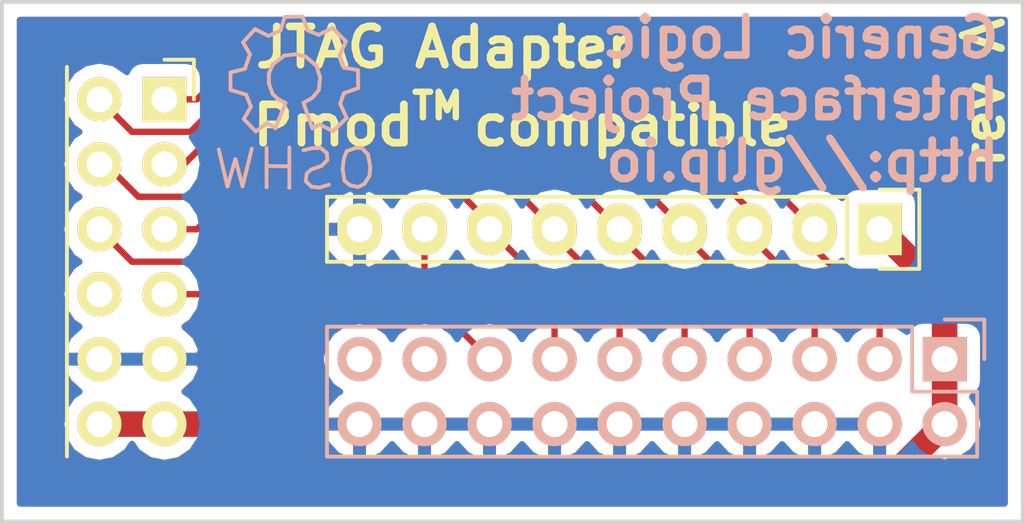
<source format=kicad_pcb>
(kicad_pcb (version 4) (host pcbnew 0.201512211246+6391~39~ubuntu15.04.1-stable)

  (general
    (links 29)
    (no_connects 0)
    (area 121.244999 94.05388 170.208334 116.915001)
    (thickness 1.6)
    (drawings 13)
    (tracks 58)
    (zones 0)
    (modules 4)
    (nets 13)
  )

  (page A4)
  (layers
    (0 F.Cu signal)
    (31 B.Cu signal)
    (32 B.Adhes user)
    (33 F.Adhes user)
    (34 B.Paste user)
    (35 F.Paste user)
    (36 B.SilkS user)
    (37 F.SilkS user)
    (38 B.Mask user)
    (39 F.Mask user)
    (40 Dwgs.User user)
    (41 Cmts.User user)
    (42 Eco1.User user)
    (43 Eco2.User user)
    (44 Edge.Cuts user)
    (45 Margin user)
    (46 B.CrtYd user)
    (47 F.CrtYd user)
    (48 B.Fab user)
    (49 F.Fab user)
  )

  (setup
    (last_trace_width 1)
    (user_trace_width 0.5)
    (user_trace_width 1)
    (trace_clearance 0.2)
    (zone_clearance 0.508)
    (zone_45_only no)
    (trace_min 0.2)
    (segment_width 0.2)
    (edge_width 0.15)
    (via_size 0.6)
    (via_drill 0.4)
    (via_min_size 0.4)
    (via_min_drill 0.3)
    (uvia_size 0.3)
    (uvia_drill 0.1)
    (uvias_allowed no)
    (uvia_min_size 0.2)
    (uvia_min_drill 0.1)
    (pcb_text_width 0.3)
    (pcb_text_size 1.5 1.5)
    (mod_edge_width 0.15)
    (mod_text_size 1 1)
    (mod_text_width 0.15)
    (pad_size 1.524 1.524)
    (pad_drill 0.762)
    (pad_to_mask_clearance 0.2)
    (aux_axis_origin 0 0)
    (visible_elements FFFFFF7F)
    (pcbplotparams
      (layerselection 0x010f0_ffffffff)
      (usegerberextensions false)
      (excludeedgelayer true)
      (linewidth 0.100000)
      (plotframeref false)
      (viasonmask false)
      (mode 1)
      (useauxorigin false)
      (hpglpennumber 1)
      (hpglpenspeed 20)
      (hpglpendiameter 15)
      (hpglpenoverlay 2)
      (psnegative false)
      (psa4output false)
      (plotreference true)
      (plotvalue true)
      (plotinvisibletext false)
      (padsonsilk false)
      (subtractmaskfromsilk false)
      (outputformat 1)
      (mirror false)
      (drillshape 0)
      (scaleselection 1)
      (outputdirectory gerber/))
  )

  (net 0 "")
  (net 1 "Net-(P1-Pad8)")
  (net 2 GND)
  (net 3 +3V3)
  (net 4 "Net-(P2-Pad17)")
  (net 5 "Net-(P2-Pad19)")
  (net 6 TSRST_N)
  (net 7 TTDO)
  (net 8 TRTCK)
  (net 9 TTCK)
  (net 10 TTMS)
  (net 11 TTDI)
  (net 12 TTRST_N)

  (net_class Default "This is the default net class."
    (clearance 0.2)
    (trace_width 0.25)
    (via_dia 0.6)
    (via_drill 0.4)
    (uvia_dia 0.3)
    (uvia_drill 0.1)
    (add_net +3V3)
    (add_net GND)
    (add_net "Net-(P1-Pad8)")
    (add_net "Net-(P2-Pad17)")
    (add_net "Net-(P2-Pad19)")
    (add_net TRTCK)
    (add_net TSRST_N)
    (add_net TTCK)
    (add_net TTDI)
    (add_net TTDO)
    (add_net TTMS)
    (add_net TTRST_N)
  )

  (module Socket_Strips:Socket_Strip_Straight_2x10 (layer B.Cu) (tedit 5684F38B) (tstamp 5684E671)
    (at 165.1 110.49 180)
    (descr "Through hole socket strip")
    (tags "socket strip")
    (path /5684E299)
    (fp_text reference P2 (at 0 5.1 180) (layer B.SilkS) hide
      (effects (font (size 1 1) (thickness 0.15)) (justify mirror))
    )
    (fp_text value CONN_02X10 (at 0 3.1 180) (layer B.Fab) hide
      (effects (font (size 1 1) (thickness 0.15)) (justify mirror))
    )
    (fp_line (start -1.75 1.75) (end -1.75 -4.3) (layer B.CrtYd) (width 0.05))
    (fp_line (start 24.65 1.75) (end 24.65 -4.3) (layer B.CrtYd) (width 0.05))
    (fp_line (start -1.75 1.75) (end 24.65 1.75) (layer B.CrtYd) (width 0.05))
    (fp_line (start -1.75 -4.3) (end 24.65 -4.3) (layer B.CrtYd) (width 0.05))
    (fp_line (start 24.13 -3.81) (end -1.27 -3.81) (layer B.SilkS) (width 0.15))
    (fp_line (start 1.27 1.27) (end 24.13 1.27) (layer B.SilkS) (width 0.15))
    (fp_line (start 24.13 -3.81) (end 24.13 1.27) (layer B.SilkS) (width 0.15))
    (fp_line (start -1.27 -3.81) (end -1.27 -1.27) (layer B.SilkS) (width 0.15))
    (fp_line (start 0 1.55) (end -1.55 1.55) (layer B.SilkS) (width 0.15))
    (fp_line (start -1.27 -1.27) (end 1.27 -1.27) (layer B.SilkS) (width 0.15))
    (fp_line (start 1.27 -1.27) (end 1.27 1.27) (layer B.SilkS) (width 0.15))
    (fp_line (start -1.55 1.55) (end -1.55 0) (layer B.SilkS) (width 0.15))
    (pad 1 thru_hole rect (at 0 0 180) (size 1.7272 1.7272) (drill 1.016) (layers *.Cu *.Mask B.SilkS)
      (net 3 +3V3))
    (pad 2 thru_hole oval (at 0 -2.54 180) (size 1.7272 1.7272) (drill 1.016) (layers *.Cu *.Mask B.SilkS)
      (net 3 +3V3))
    (pad 3 thru_hole oval (at 2.54 0 180) (size 1.7272 1.7272) (drill 1.016) (layers *.Cu *.Mask B.SilkS)
      (net 12 TTRST_N))
    (pad 4 thru_hole oval (at 2.54 -2.54 180) (size 1.7272 1.7272) (drill 1.016) (layers *.Cu *.Mask B.SilkS)
      (net 2 GND))
    (pad 5 thru_hole oval (at 5.08 0 180) (size 1.7272 1.7272) (drill 1.016) (layers *.Cu *.Mask B.SilkS)
      (net 11 TTDI))
    (pad 6 thru_hole oval (at 5.08 -2.54 180) (size 1.7272 1.7272) (drill 1.016) (layers *.Cu *.Mask B.SilkS)
      (net 2 GND))
    (pad 7 thru_hole oval (at 7.62 0 180) (size 1.7272 1.7272) (drill 1.016) (layers *.Cu *.Mask B.SilkS)
      (net 10 TTMS))
    (pad 8 thru_hole oval (at 7.62 -2.54 180) (size 1.7272 1.7272) (drill 1.016) (layers *.Cu *.Mask B.SilkS)
      (net 2 GND))
    (pad 9 thru_hole oval (at 10.16 0 180) (size 1.7272 1.7272) (drill 1.016) (layers *.Cu *.Mask B.SilkS)
      (net 9 TTCK))
    (pad 10 thru_hole oval (at 10.16 -2.54 180) (size 1.7272 1.7272) (drill 1.016) (layers *.Cu *.Mask B.SilkS)
      (net 2 GND))
    (pad 11 thru_hole oval (at 12.7 0 180) (size 1.7272 1.7272) (drill 1.016) (layers *.Cu *.Mask B.SilkS)
      (net 8 TRTCK))
    (pad 12 thru_hole oval (at 12.7 -2.54 180) (size 1.7272 1.7272) (drill 1.016) (layers *.Cu *.Mask B.SilkS)
      (net 2 GND))
    (pad 13 thru_hole oval (at 15.24 0 180) (size 1.7272 1.7272) (drill 1.016) (layers *.Cu *.Mask B.SilkS)
      (net 7 TTDO))
    (pad 14 thru_hole oval (at 15.24 -2.54 180) (size 1.7272 1.7272) (drill 1.016) (layers *.Cu *.Mask B.SilkS)
      (net 2 GND))
    (pad 15 thru_hole oval (at 17.78 0 180) (size 1.7272 1.7272) (drill 1.016) (layers *.Cu *.Mask B.SilkS)
      (net 6 TSRST_N))
    (pad 16 thru_hole oval (at 17.78 -2.54 180) (size 1.7272 1.7272) (drill 1.016) (layers *.Cu *.Mask B.SilkS)
      (net 2 GND))
    (pad 17 thru_hole oval (at 20.32 0 180) (size 1.7272 1.7272) (drill 1.016) (layers *.Cu *.Mask B.SilkS)
      (net 4 "Net-(P2-Pad17)"))
    (pad 18 thru_hole oval (at 20.32 -2.54 180) (size 1.7272 1.7272) (drill 1.016) (layers *.Cu *.Mask B.SilkS)
      (net 2 GND))
    (pad 19 thru_hole oval (at 22.86 0 180) (size 1.7272 1.7272) (drill 1.016) (layers *.Cu *.Mask B.SilkS)
      (net 5 "Net-(P2-Pad19)"))
    (pad 20 thru_hole oval (at 22.86 -2.54 180) (size 1.7272 1.7272) (drill 1.016) (layers *.Cu *.Mask B.SilkS)
      (net 2 GND))
    (model Socket_Strips.3dshapes/Socket_Strip_Straight_2x10.wrl
      (at (xyz 0.45 -0.05 0))
      (scale (xyz 1 1 1))
      (rotate (xyz 0 0 180))
    )
  )

  (module Socket_Strips:Socket_Strip_Straight_1x09 (layer F.Cu) (tedit 5684FB23) (tstamp 5684F0DE)
    (at 162.56 105.41 180)
    (descr "Through hole socket strip")
    (tags "socket strip")
    (path /5684F679)
    (fp_text reference P3 (at 0 -5.1 180) (layer F.SilkS) hide
      (effects (font (size 1 1) (thickness 0.15)))
    )
    (fp_text value CONN_01X09 (at 0 -3.1 180) (layer F.Fab) hide
      (effects (font (size 1 1) (thickness 0.15)))
    )
    (fp_line (start -1.75 -1.75) (end -1.75 1.75) (layer F.CrtYd) (width 0.05))
    (fp_line (start 22.1 -1.75) (end 22.1 1.75) (layer F.CrtYd) (width 0.05))
    (fp_line (start -1.75 -1.75) (end 22.1 -1.75) (layer F.CrtYd) (width 0.05))
    (fp_line (start -1.75 1.75) (end 22.1 1.75) (layer F.CrtYd) (width 0.05))
    (fp_line (start 1.27 1.27) (end 21.59 1.27) (layer F.SilkS) (width 0.15))
    (fp_line (start 21.59 1.27) (end 21.59 -1.27) (layer F.SilkS) (width 0.15))
    (fp_line (start 21.59 -1.27) (end 1.27 -1.27) (layer F.SilkS) (width 0.15))
    (fp_line (start -1.55 1.55) (end 0 1.55) (layer F.SilkS) (width 0.15))
    (fp_line (start 1.27 1.27) (end 1.27 -1.27) (layer F.SilkS) (width 0.15))
    (fp_line (start 0 -1.55) (end -1.55 -1.55) (layer F.SilkS) (width 0.15))
    (fp_line (start -1.55 -1.55) (end -1.55 1.55) (layer F.SilkS) (width 0.15))
    (pad 1 thru_hole rect (at 0 0 180) (size 1.7272 2.032) (drill 1.016) (layers *.Cu *.Mask F.SilkS)
      (net 3 +3V3))
    (pad 2 thru_hole oval (at 2.54 0 180) (size 1.7272 2.032) (drill 1.016) (layers *.Cu *.Mask F.SilkS)
      (net 12 TTRST_N))
    (pad 3 thru_hole oval (at 5.08 0 180) (size 1.7272 2.032) (drill 1.016) (layers *.Cu *.Mask F.SilkS)
      (net 11 TTDI))
    (pad 4 thru_hole oval (at 7.62 0 180) (size 1.7272 2.032) (drill 1.016) (layers *.Cu *.Mask F.SilkS)
      (net 10 TTMS))
    (pad 5 thru_hole oval (at 10.16 0 180) (size 1.7272 2.032) (drill 1.016) (layers *.Cu *.Mask F.SilkS)
      (net 9 TTCK))
    (pad 6 thru_hole oval (at 12.7 0 180) (size 1.7272 2.032) (drill 1.016) (layers *.Cu *.Mask F.SilkS)
      (net 8 TRTCK))
    (pad 7 thru_hole oval (at 15.24 0 180) (size 1.7272 2.032) (drill 1.016) (layers *.Cu *.Mask F.SilkS)
      (net 7 TTDO))
    (pad 8 thru_hole oval (at 17.78 0 180) (size 1.7272 2.032) (drill 1.016) (layers *.Cu *.Mask F.SilkS)
      (net 6 TSRST_N))
    (pad 9 thru_hole oval (at 20.32 0 180) (size 1.7272 2.032) (drill 1.016) (layers *.Cu *.Mask F.SilkS)
      (net 2 GND))
    (model Socket_Strips.3dshapes/Socket_Strip_Straight_1x09.wrl
      (at (xyz 0.4 0 0))
      (scale (xyz 1 1 1))
      (rotate (xyz 0 0 180))
    )
  )

  (module Symbols:Symbol_OSHW-Logo_SilkScreen (layer B.Cu) (tedit 5684FBFE) (tstamp 5684F67F)
    (at 139.7 99.568 180)
    (descr "Symbol, OSHW-Logo, Silk Screen,")
    (tags "Symbol, OSHW-Logo, Silk Screen,")
    (fp_text reference REF** (at 0.09906 4.38912 180) (layer B.SilkS) hide
      (effects (font (size 1 1) (thickness 0.15)) (justify mirror))
    )
    (fp_text value Symbol_OSHW-Logo_SilkScreen (at 0.30988 -6.56082 180) (layer B.Fab) hide
      (effects (font (size 1 1) (thickness 0.15)) (justify mirror))
    )
    (fp_line (start 1.66878 -2.68986) (end 2.02946 -4.16052) (layer B.SilkS) (width 0.15))
    (fp_line (start 2.02946 -4.16052) (end 2.30886 -3.0988) (layer B.SilkS) (width 0.15))
    (fp_line (start 2.30886 -3.0988) (end 2.61874 -4.17068) (layer B.SilkS) (width 0.15))
    (fp_line (start 2.61874 -4.17068) (end 2.9591 -2.72034) (layer B.SilkS) (width 0.15))
    (fp_line (start 0.24892 -3.38074) (end 1.03886 -3.37058) (layer B.SilkS) (width 0.15))
    (fp_line (start 1.03886 -3.37058) (end 1.04902 -3.38074) (layer B.SilkS) (width 0.15))
    (fp_line (start 1.04902 -3.38074) (end 1.04902 -3.37058) (layer B.SilkS) (width 0.15))
    (fp_line (start 1.08966 -2.65938) (end 1.08966 -4.20116) (layer B.SilkS) (width 0.15))
    (fp_line (start 0.20066 -2.64922) (end 0.20066 -4.21894) (layer B.SilkS) (width 0.15))
    (fp_line (start 0.20066 -4.21894) (end 0.21082 -4.20878) (layer B.SilkS) (width 0.15))
    (fp_line (start -0.35052 -2.75082) (end -0.70104 -2.66954) (layer B.SilkS) (width 0.15))
    (fp_line (start -0.70104 -2.66954) (end -1.02108 -2.65938) (layer B.SilkS) (width 0.15))
    (fp_line (start -1.02108 -2.65938) (end -1.25984 -2.86004) (layer B.SilkS) (width 0.15))
    (fp_line (start -1.25984 -2.86004) (end -1.29032 -3.12928) (layer B.SilkS) (width 0.15))
    (fp_line (start -1.29032 -3.12928) (end -1.04902 -3.37058) (layer B.SilkS) (width 0.15))
    (fp_line (start -1.04902 -3.37058) (end -0.6604 -3.50012) (layer B.SilkS) (width 0.15))
    (fp_line (start -0.6604 -3.50012) (end -0.48006 -3.66014) (layer B.SilkS) (width 0.15))
    (fp_line (start -0.48006 -3.66014) (end -0.43942 -3.95986) (layer B.SilkS) (width 0.15))
    (fp_line (start -0.43942 -3.95986) (end -0.67056 -4.18084) (layer B.SilkS) (width 0.15))
    (fp_line (start -0.67056 -4.18084) (end -0.9906 -4.20878) (layer B.SilkS) (width 0.15))
    (fp_line (start -0.9906 -4.20878) (end -1.34112 -4.09956) (layer B.SilkS) (width 0.15))
    (fp_line (start -2.37998 -2.64922) (end -2.6289 -2.66954) (layer B.SilkS) (width 0.15))
    (fp_line (start -2.6289 -2.66954) (end -2.8702 -2.91084) (layer B.SilkS) (width 0.15))
    (fp_line (start -2.8702 -2.91084) (end -2.9591 -3.40106) (layer B.SilkS) (width 0.15))
    (fp_line (start -2.9591 -3.40106) (end -2.93116 -3.74904) (layer B.SilkS) (width 0.15))
    (fp_line (start -2.93116 -3.74904) (end -2.7305 -4.06908) (layer B.SilkS) (width 0.15))
    (fp_line (start -2.7305 -4.06908) (end -2.47904 -4.191) (layer B.SilkS) (width 0.15))
    (fp_line (start -2.47904 -4.191) (end -2.16916 -4.11988) (layer B.SilkS) (width 0.15))
    (fp_line (start -2.16916 -4.11988) (end -1.95072 -3.93954) (layer B.SilkS) (width 0.15))
    (fp_line (start -1.95072 -3.93954) (end -1.8796 -3.4798) (layer B.SilkS) (width 0.15))
    (fp_line (start -1.8796 -3.4798) (end -1.9304 -3.07086) (layer B.SilkS) (width 0.15))
    (fp_line (start -1.9304 -3.07086) (end -2.03962 -2.78892) (layer B.SilkS) (width 0.15))
    (fp_line (start -2.03962 -2.78892) (end -2.4003 -2.65938) (layer B.SilkS) (width 0.15))
    (fp_line (start -1.78054 -0.92964) (end -2.03962 -1.49098) (layer B.SilkS) (width 0.15))
    (fp_line (start -2.03962 -1.49098) (end -1.50114 -2.00914) (layer B.SilkS) (width 0.15))
    (fp_line (start -1.50114 -2.00914) (end -0.98044 -1.7399) (layer B.SilkS) (width 0.15))
    (fp_line (start -0.98044 -1.7399) (end -0.70104 -1.89992) (layer B.SilkS) (width 0.15))
    (fp_line (start 0.73914 -1.8796) (end 1.06934 -1.6891) (layer B.SilkS) (width 0.15))
    (fp_line (start 1.06934 -1.6891) (end 1.50876 -2.0193) (layer B.SilkS) (width 0.15))
    (fp_line (start 1.50876 -2.0193) (end 1.9812 -1.52908) (layer B.SilkS) (width 0.15))
    (fp_line (start 1.9812 -1.52908) (end 1.69926 -1.04902) (layer B.SilkS) (width 0.15))
    (fp_line (start 1.69926 -1.04902) (end 1.88976 -0.57912) (layer B.SilkS) (width 0.15))
    (fp_line (start 1.88976 -0.57912) (end 2.49936 -0.39116) (layer B.SilkS) (width 0.15))
    (fp_line (start 2.49936 -0.39116) (end 2.49936 0.28956) (layer B.SilkS) (width 0.15))
    (fp_line (start 2.49936 0.28956) (end 1.94056 0.42926) (layer B.SilkS) (width 0.15))
    (fp_line (start 1.94056 0.42926) (end 1.7399 1.00076) (layer B.SilkS) (width 0.15))
    (fp_line (start 1.7399 1.00076) (end 2.00914 1.47066) (layer B.SilkS) (width 0.15))
    (fp_line (start 2.00914 1.47066) (end 1.53924 1.9812) (layer B.SilkS) (width 0.15))
    (fp_line (start 1.53924 1.9812) (end 1.02108 1.71958) (layer B.SilkS) (width 0.15))
    (fp_line (start 1.02108 1.71958) (end 0.55118 1.92024) (layer B.SilkS) (width 0.15))
    (fp_line (start 0.55118 1.92024) (end 0.381 2.46126) (layer B.SilkS) (width 0.15))
    (fp_line (start 0.381 2.46126) (end -0.30988 2.47904) (layer B.SilkS) (width 0.15))
    (fp_line (start -0.30988 2.47904) (end -0.5207 1.9304) (layer B.SilkS) (width 0.15))
    (fp_line (start -0.5207 1.9304) (end -0.9398 1.76022) (layer B.SilkS) (width 0.15))
    (fp_line (start -0.9398 1.76022) (end -1.49098 2.02946) (layer B.SilkS) (width 0.15))
    (fp_line (start -1.49098 2.02946) (end -2.00914 1.50114) (layer B.SilkS) (width 0.15))
    (fp_line (start -2.00914 1.50114) (end -1.76022 0.96012) (layer B.SilkS) (width 0.15))
    (fp_line (start -1.76022 0.96012) (end -1.9304 0.48006) (layer B.SilkS) (width 0.15))
    (fp_line (start -1.9304 0.48006) (end -2.47904 0.381) (layer B.SilkS) (width 0.15))
    (fp_line (start -2.47904 0.381) (end -2.4892 -0.32004) (layer B.SilkS) (width 0.15))
    (fp_line (start -2.4892 -0.32004) (end -1.9304 -0.5207) (layer B.SilkS) (width 0.15))
    (fp_line (start -1.9304 -0.5207) (end -1.7907 -0.91948) (layer B.SilkS) (width 0.15))
    (fp_line (start 0.35052 -0.89916) (end 0.65024 -0.7493) (layer B.SilkS) (width 0.15))
    (fp_line (start 0.65024 -0.7493) (end 0.8509 -0.55118) (layer B.SilkS) (width 0.15))
    (fp_line (start 0.8509 -0.55118) (end 1.00076 -0.14986) (layer B.SilkS) (width 0.15))
    (fp_line (start 1.00076 -0.14986) (end 1.00076 0.24892) (layer B.SilkS) (width 0.15))
    (fp_line (start 1.00076 0.24892) (end 0.8509 0.59944) (layer B.SilkS) (width 0.15))
    (fp_line (start 0.8509 0.59944) (end 0.39878 0.94996) (layer B.SilkS) (width 0.15))
    (fp_line (start 0.39878 0.94996) (end -0.0508 1.00076) (layer B.SilkS) (width 0.15))
    (fp_line (start -0.0508 1.00076) (end -0.44958 0.89916) (layer B.SilkS) (width 0.15))
    (fp_line (start -0.44958 0.89916) (end -0.8509 0.55118) (layer B.SilkS) (width 0.15))
    (fp_line (start -0.8509 0.55118) (end -1.00076 0.09906) (layer B.SilkS) (width 0.15))
    (fp_line (start -1.00076 0.09906) (end -0.94996 -0.39878) (layer B.SilkS) (width 0.15))
    (fp_line (start -0.94996 -0.39878) (end -0.70104 -0.70104) (layer B.SilkS) (width 0.15))
    (fp_line (start -0.70104 -0.70104) (end -0.35052 -0.89916) (layer B.SilkS) (width 0.15))
    (fp_line (start -0.35052 -0.89916) (end -0.70104 -1.89992) (layer B.SilkS) (width 0.15))
    (fp_line (start 0.35052 -0.89916) (end 0.7493 -1.89992) (layer B.SilkS) (width 0.15))
  )

  (module armjtag-pmod:Socket_Strip_Angled_2x06 (layer F.Cu) (tedit 5684FB6E) (tstamp 5684E659)
    (at 134.62 100.33 270)
    (descr "Through hole socket strip")
    (tags "socket strip")
    (path /5684E274)
    (fp_text reference P1 (at 0 -4.6 270) (layer F.SilkS) hide
      (effects (font (size 1 1) (thickness 0.15)))
    )
    (fp_text value CONN_02X06 (at 0 -2.6 270) (layer F.Fab) hide
      (effects (font (size 1 1) (thickness 0.15)))
    )
    (fp_line (start 11.43 3.81) (end 13.97 3.81) (layer F.SilkS) (width 0.15))
    (fp_line (start 8.89 3.81) (end 11.43 3.81) (layer F.SilkS) (width 0.15))
    (fp_line (start 6.35 3.81) (end 8.89 3.81) (layer F.SilkS) (width 0.15))
    (fp_line (start 3.81 3.81) (end 6.35 3.81) (layer F.SilkS) (width 0.15))
    (fp_line (start 1.27 3.81) (end 3.81 3.81) (layer F.SilkS) (width 0.15))
    (fp_line (start -1.27 3.81) (end 1.27 3.81) (layer F.SilkS) (width 0.15))
    (fp_line (start 0 -1.15) (end -1.55 -1.15) (layer F.SilkS) (width 0.15))
    (fp_line (start -1.55 -1.15) (end -1.55 0) (layer F.SilkS) (width 0.15))
    (pad 1 thru_hole rect (at 0 0 270) (size 1.7272 1.7272) (drill 1.016) (layers *.Cu *.Mask F.SilkS)
      (net 12 TTRST_N))
    (pad 2 thru_hole oval (at 0 2.54 270) (size 1.7272 1.7272) (drill 1.016) (layers *.Cu *.Mask F.SilkS)
      (net 11 TTDI))
    (pad 3 thru_hole oval (at 2.54 0 270) (size 1.7272 1.7272) (drill 1.016) (layers *.Cu *.Mask F.SilkS)
      (net 10 TTMS))
    (pad 4 thru_hole oval (at 2.54 2.54 270) (size 1.7272 1.7272) (drill 1.016) (layers *.Cu *.Mask F.SilkS)
      (net 9 TTCK))
    (pad 5 thru_hole oval (at 5.08 0 270) (size 1.7272 1.7272) (drill 1.016) (layers *.Cu *.Mask F.SilkS)
      (net 8 TRTCK))
    (pad 6 thru_hole oval (at 5.08 2.54 270) (size 1.7272 1.7272) (drill 1.016) (layers *.Cu *.Mask F.SilkS)
      (net 7 TTDO))
    (pad 7 thru_hole oval (at 7.62 0 270) (size 1.7272 1.7272) (drill 1.016) (layers *.Cu *.Mask F.SilkS)
      (net 6 TSRST_N))
    (pad 8 thru_hole oval (at 7.62 2.54 270) (size 1.7272 1.7272) (drill 1.016) (layers *.Cu *.Mask F.SilkS)
      (net 1 "Net-(P1-Pad8)"))
    (pad 9 thru_hole oval (at 10.16 0 270) (size 1.7272 1.7272) (drill 1.016) (layers *.Cu *.Mask F.SilkS)
      (net 2 GND))
    (pad 10 thru_hole oval (at 10.16 2.54 270) (size 1.7272 1.7272) (drill 1.016) (layers *.Cu *.Mask F.SilkS)
      (net 2 GND))
    (pad 11 thru_hole oval (at 12.7 0 270) (size 1.7272 1.7272) (drill 1.016) (layers *.Cu *.Mask F.SilkS)
      (net 3 +3V3))
    (pad 12 thru_hole oval (at 12.7 2.54 270) (size 1.7272 1.7272) (drill 1.016) (layers *.Cu *.Mask F.SilkS)
      (net 3 +3V3))
    (model Socket_Strips.3dshapes/Socket_Strip_Angled_2x06.wrl
      (at (xyz 0.25 -0.05 0))
      (scale (xyz 1 1 1))
      (rotate (xyz 0 0 180))
    )
  )

  (gr_line (start 168.148 116.84) (end 168.148 116.332) (angle 90) (layer Edge.Cuts) (width 0.15))
  (gr_text "rev A" (at 166.624 100.076 90) (layer F.SilkS)
    (effects (font (size 1.5 1.5) (thickness 0.3)))
  )
  (gr_text "Generic Logic\nInterface Project\nhttp://glip.io\n" (at 167.386 100.33) (layer B.SilkS)
    (effects (font (size 1.5 1.5) (thickness 0.3)) (justify left mirror))
  )
  (gr_text compatible (at 152.908 101.346) (layer F.SilkS)
    (effects (font (size 1.5 1.5) (thickness 0.3)))
  )
  (gr_text TM (at 145.288 100.584) (layer F.SilkS)
    (effects (font (size 1 1) (thickness 0.25)))
  )
  (gr_text Pmod (at 141.224 101.346) (layer F.SilkS)
    (effects (font (size 1.5 1.5) (thickness 0.3)))
  )
  (gr_text "JTAG Adapter" (at 145.542 98.298) (layer F.SilkS)
    (effects (font (size 1.5 1.5) (thickness 0.3)))
  )
  (gr_line (start 168.148 116.586) (end 168.148 96.52) (angle 90) (layer Edge.Cuts) (width 0.15))
  (gr_line (start 128.27 96.52) (end 168.148 96.52) (angle 90) (layer Edge.Cuts) (width 0.15))
  (gr_line (start 128.27 116.84) (end 168.148 116.84) (angle 90) (layer Edge.Cuts) (width 0.15))
  (gr_line (start 128.27 116.84) (end 128.27 116.586) (angle 90) (layer Edge.Cuts) (width 0.15))
  (gr_line (start 128.27 97.282) (end 128.27 96.52) (angle 90) (layer Edge.Cuts) (width 0.15))
  (gr_line (start 128.27 116.586) (end 128.27 97.282) (angle 90) (layer Edge.Cuts) (width 0.15))

  (segment (start 134.62 113.03) (end 132.08 113.03) (width 1) (layer F.Cu) (net 3))
  (segment (start 165.1 110.49) (end 165.1 107.95) (width 1) (layer F.Cu) (net 3))
  (segment (start 165.1 107.95) (end 162.56 105.41) (width 1) (layer F.Cu) (net 3) (tstamp 5684F27D))
  (segment (start 134.62 113.03) (end 137.922 113.03) (width 1) (layer F.Cu) (net 3))
  (segment (start 163.322 114.808) (end 165.1 113.03) (width 1) (layer F.Cu) (net 3) (tstamp 5684F279))
  (segment (start 139.7 114.808) (end 163.322 114.808) (width 1) (layer F.Cu) (net 3) (tstamp 5684F277))
  (segment (start 137.922 113.03) (end 139.7 114.808) (width 1) (layer F.Cu) (net 3) (tstamp 5684F274))
  (segment (start 165.1 113.03) (end 165.1 110.49) (width 1) (layer F.Cu) (net 3) (tstamp 5684F27A))
  (segment (start 144.78 105.41) (end 144.78 107.95) (width 0.25) (layer F.Cu) (net 6))
  (segment (start 134.62 107.95) (end 144.78 107.95) (width 0.25) (layer F.Cu) (net 6))
  (segment (start 144.78 107.95) (end 147.32 110.49) (width 0.25) (layer F.Cu) (net 6) (tstamp 5684F1C4))
  (segment (start 149.86 110.49) (end 149.86 107.95) (width 0.25) (layer F.Cu) (net 7))
  (segment (start 149.86 107.95) (end 147.32 105.41) (width 0.25) (layer F.Cu) (net 7) (tstamp 5684F208))
  (segment (start 147.32 105.41) (end 147.32 105.156) (width 0.25) (layer F.Cu) (net 7))
  (segment (start 147.32 105.156) (end 145.796 103.632) (width 0.25) (layer F.Cu) (net 7) (tstamp 5684F1D1))
  (segment (start 145.796 103.632) (end 139.192 103.632) (width 0.25) (layer F.Cu) (net 7) (tstamp 5684F1D3))
  (segment (start 139.192 103.632) (end 136.144 106.68) (width 0.25) (layer F.Cu) (net 7) (tstamp 5684F1D5))
  (segment (start 136.144 106.68) (end 133.35 106.68) (width 0.25) (layer F.Cu) (net 7) (tstamp 5684F1D7))
  (segment (start 133.35 106.68) (end 132.08 105.41) (width 0.25) (layer F.Cu) (net 7) (tstamp 5684F1D9))
  (segment (start 149.86 105.41) (end 149.86 105.664) (width 0.25) (layer F.Cu) (net 8))
  (segment (start 149.86 105.664) (end 152.4 108.204) (width 0.25) (layer F.Cu) (net 8) (tstamp 5684F20D))
  (segment (start 152.4 108.204) (end 152.4 110.49) (width 0.25) (layer F.Cu) (net 8) (tstamp 5684F20E))
  (segment (start 134.62 105.41) (end 135.89 105.41) (width 0.25) (layer F.Cu) (net 8))
  (segment (start 147.32 102.87) (end 149.86 105.41) (width 0.25) (layer F.Cu) (net 8) (tstamp 5684F1CD))
  (segment (start 138.43 102.87) (end 147.32 102.87) (width 0.25) (layer F.Cu) (net 8) (tstamp 5684F1CB))
  (segment (start 135.89 105.41) (end 138.43 102.87) (width 0.25) (layer F.Cu) (net 8) (tstamp 5684F1C9))
  (segment (start 154.94 110.49) (end 154.94 108.204) (width 0.25) (layer F.Cu) (net 9))
  (segment (start 154.94 108.204) (end 152.4 105.664) (width 0.25) (layer F.Cu) (net 9) (tstamp 5684F21C))
  (segment (start 152.4 105.664) (end 152.4 105.41) (width 0.25) (layer F.Cu) (net 9) (tstamp 5684F21D))
  (segment (start 132.08 102.87) (end 132.334 102.87) (width 0.25) (layer F.Cu) (net 9))
  (segment (start 132.334 102.87) (end 133.604 104.14) (width 0.25) (layer F.Cu) (net 9) (tstamp 5684F1DD))
  (segment (start 133.604 104.14) (end 135.636 104.14) (width 0.25) (layer F.Cu) (net 9) (tstamp 5684F1DE))
  (segment (start 135.636 104.14) (end 137.668 102.108) (width 0.25) (layer F.Cu) (net 9) (tstamp 5684F1E0))
  (segment (start 137.668 102.108) (end 149.098 102.108) (width 0.25) (layer F.Cu) (net 9) (tstamp 5684F1E2))
  (segment (start 149.098 102.108) (end 152.4 105.41) (width 0.25) (layer F.Cu) (net 9) (tstamp 5684F1E5))
  (segment (start 154.94 105.41) (end 154.94 105.664) (width 0.25) (layer F.Cu) (net 10))
  (segment (start 154.94 105.664) (end 157.48 108.204) (width 0.25) (layer F.Cu) (net 10) (tstamp 5684F220))
  (segment (start 157.48 108.204) (end 157.48 110.49) (width 0.25) (layer F.Cu) (net 10) (tstamp 5684F221))
  (segment (start 134.62 102.87) (end 135.382 102.87) (width 0.25) (layer F.Cu) (net 10))
  (segment (start 135.382 102.87) (end 137.16 101.092) (width 0.25) (layer F.Cu) (net 10) (tstamp 5684F1E9))
  (segment (start 137.16 101.092) (end 150.622 101.092) (width 0.25) (layer F.Cu) (net 10) (tstamp 5684F1EA))
  (segment (start 150.622 101.092) (end 154.94 105.41) (width 0.25) (layer F.Cu) (net 10) (tstamp 5684F1EC))
  (segment (start 160.02 110.49) (end 160.02 108.204) (width 0.25) (layer F.Cu) (net 11))
  (segment (start 160.02 108.204) (end 157.48 105.664) (width 0.25) (layer F.Cu) (net 11) (tstamp 5684F225))
  (segment (start 157.48 105.664) (end 157.48 105.41) (width 0.25) (layer F.Cu) (net 11) (tstamp 5684F226))
  (segment (start 157.48 105.41) (end 157.48 104.648) (width 0.25) (layer F.Cu) (net 11))
  (segment (start 157.48 104.648) (end 152.908 100.076) (width 0.25) (layer F.Cu) (net 11) (tstamp 5684F1F0))
  (segment (start 152.908 100.076) (end 137.16 100.076) (width 0.25) (layer F.Cu) (net 11) (tstamp 5684F1F3))
  (segment (start 137.16 100.076) (end 135.636 101.6) (width 0.25) (layer F.Cu) (net 11) (tstamp 5684F1F8))
  (segment (start 135.636 101.6) (end 133.35 101.6) (width 0.25) (layer F.Cu) (net 11) (tstamp 5684F1FA))
  (segment (start 133.35 101.6) (end 132.08 100.33) (width 0.25) (layer F.Cu) (net 11) (tstamp 5684F1FC))
  (segment (start 160.02 105.41) (end 160.02 106.172) (width 0.25) (layer F.Cu) (net 12))
  (segment (start 160.02 106.172) (end 162.56 108.712) (width 0.25) (layer F.Cu) (net 12) (tstamp 5684F229))
  (segment (start 162.56 108.712) (end 162.56 110.49) (width 0.25) (layer F.Cu) (net 12) (tstamp 5684F22A))
  (segment (start 134.62 100.33) (end 135.89 100.33) (width 0.25) (layer F.Cu) (net 12))
  (segment (start 153.67 99.06) (end 160.02 105.41) (width 0.25) (layer F.Cu) (net 12) (tstamp 5684F204))
  (segment (start 137.16 99.06) (end 153.67 99.06) (width 0.25) (layer F.Cu) (net 12) (tstamp 5684F202))
  (segment (start 135.89 100.33) (end 137.16 99.06) (width 0.25) (layer F.Cu) (net 12) (tstamp 5684F200))

  (zone (net 2) (net_name GND) (layer F.Cu) (tstamp 5684F7AE) (hatch edge 0.508)
    (connect_pads (clearance 0.508))
    (min_thickness 0.254)
    (fill yes (arc_segments 16) (thermal_gap 0.508) (thermal_bridge_width 0.508))
    (polygon
      (pts
        (xy 168.148 116.84) (xy 128.27 116.84) (xy 128.27 96.52) (xy 168.148 96.52) (xy 168.148 116.84)
      )
    )
    (filled_polygon
      (pts
        (xy 167.438 116.13) (xy 128.98 116.13) (xy 128.98 100.300641) (xy 130.5814 100.300641) (xy 130.5814 100.359359)
        (xy 130.695474 100.932848) (xy 131.02033 101.419029) (xy 131.291172 101.6) (xy 131.02033 101.780971) (xy 130.695474 102.267152)
        (xy 130.5814 102.840641) (xy 130.5814 102.899359) (xy 130.695474 103.472848) (xy 131.02033 103.959029) (xy 131.291172 104.14)
        (xy 131.02033 104.320971) (xy 130.695474 104.807152) (xy 130.5814 105.380641) (xy 130.5814 105.439359) (xy 130.695474 106.012848)
        (xy 131.02033 106.499029) (xy 131.291172 106.68) (xy 131.02033 106.860971) (xy 130.695474 107.347152) (xy 130.5814 107.920641)
        (xy 130.5814 107.979359) (xy 130.695474 108.552848) (xy 131.02033 109.039029) (xy 131.291161 109.219992) (xy 130.873179 109.60151)
        (xy 130.625032 110.130973) (xy 130.745531 110.363) (xy 131.953 110.363) (xy 131.953 110.343) (xy 132.207 110.343)
        (xy 132.207 110.363) (xy 134.493 110.363) (xy 134.493 110.343) (xy 134.747 110.343) (xy 134.747 110.363)
        (xy 135.954469 110.363) (xy 136.074968 110.130973) (xy 135.826821 109.60151) (xy 135.408839 109.219992) (xy 135.67967 109.039029)
        (xy 135.89952 108.71) (xy 144.465198 108.71) (xy 144.747269 108.992071) (xy 144.177152 109.105474) (xy 143.690971 109.43033)
        (xy 143.51 109.701172) (xy 143.329029 109.43033) (xy 142.842848 109.105474) (xy 142.269359 108.9914) (xy 142.210641 108.9914)
        (xy 141.637152 109.105474) (xy 141.150971 109.43033) (xy 140.826115 109.916511) (xy 140.712041 110.49) (xy 140.826115 111.063489)
        (xy 141.150971 111.54967) (xy 141.474228 111.765664) (xy 141.35151 111.823179) (xy 140.957312 112.255053) (xy 140.785042 112.670974)
        (xy 140.906183 112.903) (xy 142.113 112.903) (xy 142.113 112.883) (xy 142.367 112.883) (xy 142.367 112.903)
        (xy 144.653 112.903) (xy 144.653 112.883) (xy 144.907 112.883) (xy 144.907 112.903) (xy 147.193 112.903)
        (xy 147.193 112.883) (xy 147.447 112.883) (xy 147.447 112.903) (xy 149.733 112.903) (xy 149.733 112.883)
        (xy 149.987 112.883) (xy 149.987 112.903) (xy 152.273 112.903) (xy 152.273 112.883) (xy 152.527 112.883)
        (xy 152.527 112.903) (xy 154.813 112.903) (xy 154.813 112.883) (xy 155.067 112.883) (xy 155.067 112.903)
        (xy 157.353 112.903) (xy 157.353 112.883) (xy 157.607 112.883) (xy 157.607 112.903) (xy 159.893 112.903)
        (xy 159.893 112.883) (xy 160.147 112.883) (xy 160.147 112.903) (xy 162.433 112.903) (xy 162.433 112.883)
        (xy 162.687 112.883) (xy 162.687 112.903) (xy 162.707 112.903) (xy 162.707 113.157) (xy 162.687 113.157)
        (xy 162.687 113.177) (xy 162.433 113.177) (xy 162.433 113.157) (xy 160.147 113.157) (xy 160.147 113.177)
        (xy 159.893 113.177) (xy 159.893 113.157) (xy 157.607 113.157) (xy 157.607 113.177) (xy 157.353 113.177)
        (xy 157.353 113.157) (xy 155.067 113.157) (xy 155.067 113.177) (xy 154.813 113.177) (xy 154.813 113.157)
        (xy 152.527 113.157) (xy 152.527 113.177) (xy 152.273 113.177) (xy 152.273 113.157) (xy 149.987 113.157)
        (xy 149.987 113.177) (xy 149.733 113.177) (xy 149.733 113.157) (xy 147.447 113.157) (xy 147.447 113.177)
        (xy 147.193 113.177) (xy 147.193 113.157) (xy 144.907 113.157) (xy 144.907 113.177) (xy 144.653 113.177)
        (xy 144.653 113.157) (xy 142.367 113.157) (xy 142.367 113.177) (xy 142.113 113.177) (xy 142.113 113.157)
        (xy 140.906183 113.157) (xy 140.785042 113.389026) (xy 140.902661 113.673) (xy 140.170132 113.673) (xy 138.724566 112.227434)
        (xy 138.356346 111.981397) (xy 137.922 111.895) (xy 135.61087 111.895) (xy 135.408839 111.760008) (xy 135.826821 111.37849)
        (xy 136.074968 110.849027) (xy 135.954469 110.617) (xy 134.747 110.617) (xy 134.747 110.637) (xy 134.493 110.637)
        (xy 134.493 110.617) (xy 132.207 110.617) (xy 132.207 110.637) (xy 131.953 110.637) (xy 131.953 110.617)
        (xy 130.745531 110.617) (xy 130.625032 110.849027) (xy 130.873179 111.37849) (xy 131.291161 111.760008) (xy 131.02033 111.940971)
        (xy 130.695474 112.427152) (xy 130.5814 113.000641) (xy 130.5814 113.059359) (xy 130.695474 113.632848) (xy 131.02033 114.119029)
        (xy 131.506511 114.443885) (xy 132.08 114.557959) (xy 132.653489 114.443885) (xy 133.07087 114.165) (xy 133.62913 114.165)
        (xy 134.046511 114.443885) (xy 134.62 114.557959) (xy 135.193489 114.443885) (xy 135.61087 114.165) (xy 137.451868 114.165)
        (xy 138.897434 115.610566) (xy 139.265654 115.856603) (xy 139.7 115.943) (xy 163.322 115.943) (xy 163.756346 115.856603)
        (xy 164.124566 115.610566) (xy 165.225694 114.509438) (xy 165.702848 114.414526) (xy 166.189029 114.08967) (xy 166.513885 113.603489)
        (xy 166.627959 113.03) (xy 166.513885 112.456511) (xy 166.235 112.03913) (xy 166.235 111.933543) (xy 166.415041 111.81769)
        (xy 166.560031 111.60549) (xy 166.61104 111.3536) (xy 166.61104 109.6264) (xy 166.566762 109.391083) (xy 166.42769 109.174959)
        (xy 166.235 109.0433) (xy 166.235 107.95) (xy 166.148603 107.515654) (xy 166.059397 107.382148) (xy 165.902566 107.147433)
        (xy 164.07104 105.315908) (xy 164.07104 104.394) (xy 164.026762 104.158683) (xy 163.88769 103.942559) (xy 163.67549 103.797569)
        (xy 163.4236 103.74656) (xy 161.6964 103.74656) (xy 161.461083 103.790838) (xy 161.244959 103.92991) (xy 161.099969 104.14211)
        (xy 161.0916 104.183439) (xy 161.07967 104.165585) (xy 160.593489 103.840729) (xy 160.02 103.726655) (xy 159.512421 103.827619)
        (xy 154.207401 98.522599) (xy 153.960839 98.357852) (xy 153.67 98.3) (xy 137.16 98.3) (xy 136.86916 98.357852)
        (xy 136.622599 98.522599) (xy 136.019164 99.126034) (xy 135.94769 99.014959) (xy 135.73549 98.869969) (xy 135.4836 98.81896)
        (xy 133.7564 98.81896) (xy 133.521083 98.863238) (xy 133.304959 99.00231) (xy 133.159969 99.21451) (xy 133.151136 99.258131)
        (xy 133.13967 99.240971) (xy 132.653489 98.916115) (xy 132.08 98.802041) (xy 131.506511 98.916115) (xy 131.02033 99.240971)
        (xy 130.695474 99.727152) (xy 130.5814 100.300641) (xy 128.98 100.300641) (xy 128.98 97.23) (xy 167.438 97.23)
      )
    )
    (filled_polygon
      (pts
        (xy 140.948046 104.49568) (xy 140.754816 105.048087) (xy 140.899076 105.283) (xy 142.113 105.283) (xy 142.113 105.263)
        (xy 142.367 105.263) (xy 142.367 105.283) (xy 142.387 105.283) (xy 142.387 105.537) (xy 142.367 105.537)
        (xy 142.367 106.896217) (xy 142.599026 107.017358) (xy 142.614791 107.014709) (xy 143.142036 106.760732) (xy 143.513539 106.344931)
        (xy 143.72033 106.654415) (xy 144.02 106.854648) (xy 144.02 107.19) (xy 136.708802 107.19) (xy 138.126889 105.771913)
        (xy 140.754816 105.771913) (xy 140.948046 106.32432) (xy 141.337964 106.760732) (xy 141.865209 107.014709) (xy 141.880974 107.017358)
        (xy 142.113 106.896217) (xy 142.113 105.537) (xy 140.899076 105.537) (xy 140.754816 105.771913) (xy 138.126889 105.771913)
        (xy 139.506802 104.392) (xy 141.04068 104.392)
      )
    )
  )
  (zone (net 2) (net_name GND) (layer B.Cu) (tstamp 5684F7C6) (hatch edge 0.508)
    (connect_pads (clearance 0.508))
    (min_thickness 0.254)
    (fill yes (arc_segments 16) (thermal_gap 0.508) (thermal_bridge_width 0.508))
    (polygon
      (pts
        (xy 168.148 116.84) (xy 128.27 116.84) (xy 128.27 96.52) (xy 168.148 96.52) (xy 168.148 116.84)
      )
    )
    (filled_polygon
      (pts
        (xy 167.438 116.13) (xy 128.98 116.13) (xy 128.98 113.000641) (xy 130.5814 113.000641) (xy 130.5814 113.059359)
        (xy 130.695474 113.632848) (xy 131.02033 114.119029) (xy 131.506511 114.443885) (xy 132.08 114.557959) (xy 132.653489 114.443885)
        (xy 133.13967 114.119029) (xy 133.35 113.804248) (xy 133.56033 114.119029) (xy 134.046511 114.443885) (xy 134.62 114.557959)
        (xy 135.193489 114.443885) (xy 135.67967 114.119029) (xy 136.004526 113.632848) (xy 136.053025 113.389026) (xy 140.785042 113.389026)
        (xy 140.957312 113.804947) (xy 141.35151 114.236821) (xy 141.880973 114.484968) (xy 142.113 114.364469) (xy 142.113 113.157)
        (xy 142.367 113.157) (xy 142.367 114.364469) (xy 142.599027 114.484968) (xy 143.12849 114.236821) (xy 143.51 113.818848)
        (xy 143.89151 114.236821) (xy 144.420973 114.484968) (xy 144.653 114.364469) (xy 144.653 113.157) (xy 144.907 113.157)
        (xy 144.907 114.364469) (xy 145.139027 114.484968) (xy 145.66849 114.236821) (xy 146.05 113.818848) (xy 146.43151 114.236821)
        (xy 146.960973 114.484968) (xy 147.193 114.364469) (xy 147.193 113.157) (xy 147.447 113.157) (xy 147.447 114.364469)
        (xy 147.679027 114.484968) (xy 148.20849 114.236821) (xy 148.59 113.818848) (xy 148.97151 114.236821) (xy 149.500973 114.484968)
        (xy 149.733 114.364469) (xy 149.733 113.157) (xy 149.987 113.157) (xy 149.987 114.364469) (xy 150.219027 114.484968)
        (xy 150.74849 114.236821) (xy 151.13 113.818848) (xy 151.51151 114.236821) (xy 152.040973 114.484968) (xy 152.273 114.364469)
        (xy 152.273 113.157) (xy 152.527 113.157) (xy 152.527 114.364469) (xy 152.759027 114.484968) (xy 153.28849 114.236821)
        (xy 153.67 113.818848) (xy 154.05151 114.236821) (xy 154.580973 114.484968) (xy 154.813 114.364469) (xy 154.813 113.157)
        (xy 155.067 113.157) (xy 155.067 114.364469) (xy 155.299027 114.484968) (xy 155.82849 114.236821) (xy 156.21 113.818848)
        (xy 156.59151 114.236821) (xy 157.120973 114.484968) (xy 157.353 114.364469) (xy 157.353 113.157) (xy 157.607 113.157)
        (xy 157.607 114.364469) (xy 157.839027 114.484968) (xy 158.36849 114.236821) (xy 158.75 113.818848) (xy 159.13151 114.236821)
        (xy 159.660973 114.484968) (xy 159.893 114.364469) (xy 159.893 113.157) (xy 160.147 113.157) (xy 160.147 114.364469)
        (xy 160.379027 114.484968) (xy 160.90849 114.236821) (xy 161.29 113.818848) (xy 161.67151 114.236821) (xy 162.200973 114.484968)
        (xy 162.433 114.364469) (xy 162.433 113.157) (xy 160.147 113.157) (xy 159.893 113.157) (xy 157.607 113.157)
        (xy 157.353 113.157) (xy 155.067 113.157) (xy 154.813 113.157) (xy 152.527 113.157) (xy 152.273 113.157)
        (xy 149.987 113.157) (xy 149.733 113.157) (xy 147.447 113.157) (xy 147.193 113.157) (xy 144.907 113.157)
        (xy 144.653 113.157) (xy 142.367 113.157) (xy 142.113 113.157) (xy 140.906183 113.157) (xy 140.785042 113.389026)
        (xy 136.053025 113.389026) (xy 136.1186 113.059359) (xy 136.1186 113.000641) (xy 136.004526 112.427152) (xy 135.67967 111.940971)
        (xy 135.408839 111.760008) (xy 135.826821 111.37849) (xy 136.074968 110.849027) (xy 135.954469 110.617) (xy 134.747 110.617)
        (xy 134.747 110.637) (xy 134.493 110.637) (xy 134.493 110.617) (xy 132.207 110.617) (xy 132.207 110.637)
        (xy 131.953 110.637) (xy 131.953 110.617) (xy 130.745531 110.617) (xy 130.625032 110.849027) (xy 130.873179 111.37849)
        (xy 131.291161 111.760008) (xy 131.02033 111.940971) (xy 130.695474 112.427152) (xy 130.5814 113.000641) (xy 128.98 113.000641)
        (xy 128.98 110.49) (xy 140.712041 110.49) (xy 140.826115 111.063489) (xy 141.150971 111.54967) (xy 141.474228 111.765664)
        (xy 141.35151 111.823179) (xy 140.957312 112.255053) (xy 140.785042 112.670974) (xy 140.906183 112.903) (xy 142.113 112.903)
        (xy 142.113 112.883) (xy 142.367 112.883) (xy 142.367 112.903) (xy 144.653 112.903) (xy 144.653 112.883)
        (xy 144.907 112.883) (xy 144.907 112.903) (xy 147.193 112.903) (xy 147.193 112.883) (xy 147.447 112.883)
        (xy 147.447 112.903) (xy 149.733 112.903) (xy 149.733 112.883) (xy 149.987 112.883) (xy 149.987 112.903)
        (xy 152.273 112.903) (xy 152.273 112.883) (xy 152.527 112.883) (xy 152.527 112.903) (xy 154.813 112.903)
        (xy 154.813 112.883) (xy 155.067 112.883) (xy 155.067 112.903) (xy 157.353 112.903) (xy 157.353 112.883)
        (xy 157.607 112.883) (xy 157.607 112.903) (xy 159.893 112.903) (xy 159.893 112.883) (xy 160.147 112.883)
        (xy 160.147 112.903) (xy 162.433 112.903) (xy 162.433 112.883) (xy 162.687 112.883) (xy 162.687 112.903)
        (xy 162.707 112.903) (xy 162.707 113.157) (xy 162.687 113.157) (xy 162.687 114.364469) (xy 162.919027 114.484968)
        (xy 163.44849 114.236821) (xy 163.830008 113.818839) (xy 164.010971 114.08967) (xy 164.497152 114.414526) (xy 165.070641 114.5286)
        (xy 165.129359 114.5286) (xy 165.702848 114.414526) (xy 166.189029 114.08967) (xy 166.513885 113.603489) (xy 166.627959 113.03)
        (xy 166.513885 112.456511) (xy 166.189029 111.97033) (xy 166.175358 111.961195) (xy 166.198917 111.956762) (xy 166.415041 111.81769)
        (xy 166.560031 111.60549) (xy 166.61104 111.3536) (xy 166.61104 109.6264) (xy 166.566762 109.391083) (xy 166.42769 109.174959)
        (xy 166.21549 109.029969) (xy 165.9636 108.97896) (xy 164.2364 108.97896) (xy 164.001083 109.023238) (xy 163.784959 109.16231)
        (xy 163.639969 109.37451) (xy 163.631092 109.418345) (xy 163.162848 109.105474) (xy 162.589359 108.9914) (xy 162.530641 108.9914)
        (xy 161.957152 109.105474) (xy 161.470971 109.43033) (xy 161.29 109.701172) (xy 161.109029 109.43033) (xy 160.622848 109.105474)
        (xy 160.049359 108.9914) (xy 159.990641 108.9914) (xy 159.417152 109.105474) (xy 158.930971 109.43033) (xy 158.75 109.701172)
        (xy 158.569029 109.43033) (xy 158.082848 109.105474) (xy 157.509359 108.9914) (xy 157.450641 108.9914) (xy 156.877152 109.105474)
        (xy 156.390971 109.43033) (xy 156.21 109.701172) (xy 156.029029 109.43033) (xy 155.542848 109.105474) (xy 154.969359 108.9914)
        (xy 154.910641 108.9914) (xy 154.337152 109.105474) (xy 153.850971 109.43033) (xy 153.67 109.701172) (xy 153.489029 109.43033)
        (xy 153.002848 109.105474) (xy 152.429359 108.9914) (xy 152.370641 108.9914) (xy 151.797152 109.105474) (xy 151.310971 109.43033)
        (xy 151.13 109.701172) (xy 150.949029 109.43033) (xy 150.462848 109.105474) (xy 149.889359 108.9914) (xy 149.830641 108.9914)
        (xy 149.257152 109.105474) (xy 148.770971 109.43033) (xy 148.59 109.701172) (xy 148.409029 109.43033) (xy 147.922848 109.105474)
        (xy 147.349359 108.9914) (xy 147.290641 108.9914) (xy 146.717152 109.105474) (xy 146.230971 109.43033) (xy 146.05 109.701172)
        (xy 145.869029 109.43033) (xy 145.382848 109.105474) (xy 144.809359 108.9914) (xy 144.750641 108.9914) (xy 144.177152 109.105474)
        (xy 143.690971 109.43033) (xy 143.51 109.701172) (xy 143.329029 109.43033) (xy 142.842848 109.105474) (xy 142.269359 108.9914)
        (xy 142.210641 108.9914) (xy 141.637152 109.105474) (xy 141.150971 109.43033) (xy 140.826115 109.916511) (xy 140.712041 110.49)
        (xy 128.98 110.49) (xy 128.98 100.300641) (xy 130.5814 100.300641) (xy 130.5814 100.359359) (xy 130.695474 100.932848)
        (xy 131.02033 101.419029) (xy 131.291172 101.6) (xy 131.02033 101.780971) (xy 130.695474 102.267152) (xy 130.5814 102.840641)
        (xy 130.5814 102.899359) (xy 130.695474 103.472848) (xy 131.02033 103.959029) (xy 131.291172 104.14) (xy 131.02033 104.320971)
        (xy 130.695474 104.807152) (xy 130.5814 105.380641) (xy 130.5814 105.439359) (xy 130.695474 106.012848) (xy 131.02033 106.499029)
        (xy 131.291172 106.68) (xy 131.02033 106.860971) (xy 130.695474 107.347152) (xy 130.5814 107.920641) (xy 130.5814 107.979359)
        (xy 130.695474 108.552848) (xy 131.02033 109.039029) (xy 131.291161 109.219992) (xy 130.873179 109.60151) (xy 130.625032 110.130973)
        (xy 130.745531 110.363) (xy 131.953 110.363) (xy 131.953 110.343) (xy 132.207 110.343) (xy 132.207 110.363)
        (xy 134.493 110.363) (xy 134.493 110.343) (xy 134.747 110.343) (xy 134.747 110.363) (xy 135.954469 110.363)
        (xy 136.074968 110.130973) (xy 135.826821 109.60151) (xy 135.408839 109.219992) (xy 135.67967 109.039029) (xy 136.004526 108.552848)
        (xy 136.1186 107.979359) (xy 136.1186 107.920641) (xy 136.004526 107.347152) (xy 135.67967 106.860971) (xy 135.408828 106.68)
        (xy 135.67967 106.499029) (xy 136.004526 106.012848) (xy 136.05245 105.771913) (xy 140.754816 105.771913) (xy 140.948046 106.32432)
        (xy 141.337964 106.760732) (xy 141.865209 107.014709) (xy 141.880974 107.017358) (xy 142.113 106.896217) (xy 142.113 105.537)
        (xy 140.899076 105.537) (xy 140.754816 105.771913) (xy 136.05245 105.771913) (xy 136.1186 105.439359) (xy 136.1186 105.380641)
        (xy 136.052451 105.048087) (xy 140.754816 105.048087) (xy 140.899076 105.283) (xy 142.113 105.283) (xy 142.113 103.923783)
        (xy 142.367 103.923783) (xy 142.367 105.283) (xy 142.387 105.283) (xy 142.387 105.537) (xy 142.367 105.537)
        (xy 142.367 106.896217) (xy 142.599026 107.017358) (xy 142.614791 107.014709) (xy 143.142036 106.760732) (xy 143.513539 106.344931)
        (xy 143.72033 106.654415) (xy 144.206511 106.979271) (xy 144.78 107.093345) (xy 145.353489 106.979271) (xy 145.83967 106.654415)
        (xy 146.05 106.339634) (xy 146.26033 106.654415) (xy 146.746511 106.979271) (xy 147.32 107.093345) (xy 147.893489 106.979271)
        (xy 148.37967 106.654415) (xy 148.59 106.339634) (xy 148.80033 106.654415) (xy 149.286511 106.979271) (xy 149.86 107.093345)
        (xy 150.433489 106.979271) (xy 150.91967 106.654415) (xy 151.13 106.339634) (xy 151.34033 106.654415) (xy 151.826511 106.979271)
        (xy 152.4 107.093345) (xy 152.973489 106.979271) (xy 153.45967 106.654415) (xy 153.67 106.339634) (xy 153.88033 106.654415)
        (xy 154.366511 106.979271) (xy 154.94 107.093345) (xy 155.513489 106.979271) (xy 155.99967 106.654415) (xy 156.21 106.339634)
        (xy 156.42033 106.654415) (xy 156.906511 106.979271) (xy 157.48 107.093345) (xy 158.053489 106.979271) (xy 158.53967 106.654415)
        (xy 158.75 106.339634) (xy 158.96033 106.654415) (xy 159.446511 106.979271) (xy 160.02 107.093345) (xy 160.593489 106.979271)
        (xy 161.07967 106.654415) (xy 161.089243 106.640087) (xy 161.093238 106.661317) (xy 161.23231 106.877441) (xy 161.44451 107.022431)
        (xy 161.6964 107.07344) (xy 163.4236 107.07344) (xy 163.658917 107.029162) (xy 163.875041 106.89009) (xy 164.020031 106.67789)
        (xy 164.07104 106.426) (xy 164.07104 104.394) (xy 164.026762 104.158683) (xy 163.88769 103.942559) (xy 163.67549 103.797569)
        (xy 163.4236 103.74656) (xy 161.6964 103.74656) (xy 161.461083 103.790838) (xy 161.244959 103.92991) (xy 161.099969 104.14211)
        (xy 161.0916 104.183439) (xy 161.07967 104.165585) (xy 160.593489 103.840729) (xy 160.02 103.726655) (xy 159.446511 103.840729)
        (xy 158.96033 104.165585) (xy 158.75 104.480366) (xy 158.53967 104.165585) (xy 158.053489 103.840729) (xy 157.48 103.726655)
        (xy 156.906511 103.840729) (xy 156.42033 104.165585) (xy 156.21 104.480366) (xy 155.99967 104.165585) (xy 155.513489 103.840729)
        (xy 154.94 103.726655) (xy 154.366511 103.840729) (xy 153.88033 104.165585) (xy 153.67 104.480366) (xy 153.45967 104.165585)
        (xy 152.973489 103.840729) (xy 152.4 103.726655) (xy 151.826511 103.840729) (xy 151.34033 104.165585) (xy 151.13 104.480366)
        (xy 150.91967 104.165585) (xy 150.433489 103.840729) (xy 149.86 103.726655) (xy 149.286511 103.840729) (xy 148.80033 104.165585)
        (xy 148.59 104.480366) (xy 148.37967 104.165585) (xy 147.893489 103.840729) (xy 147.32 103.726655) (xy 146.746511 103.840729)
        (xy 146.26033 104.165585) (xy 146.05 104.480366) (xy 145.83967 104.165585) (xy 145.353489 103.840729) (xy 144.78 103.726655)
        (xy 144.206511 103.840729) (xy 143.72033 104.165585) (xy 143.513539 104.475069) (xy 143.142036 104.059268) (xy 142.614791 103.805291)
        (xy 142.599026 103.802642) (xy 142.367 103.923783) (xy 142.113 103.923783) (xy 141.880974 103.802642) (xy 141.865209 103.805291)
        (xy 141.337964 104.059268) (xy 140.948046 104.49568) (xy 140.754816 105.048087) (xy 136.052451 105.048087) (xy 136.004526 104.807152)
        (xy 135.67967 104.320971) (xy 135.408828 104.14) (xy 135.67967 103.959029) (xy 136.004526 103.472848) (xy 136.1186 102.899359)
        (xy 136.1186 102.840641) (xy 136.004526 102.267152) (xy 135.693426 101.801558) (xy 135.718917 101.796762) (xy 135.935041 101.65769)
        (xy 136.080031 101.44549) (xy 136.13104 101.1936) (xy 136.13104 99.4664) (xy 136.086762 99.231083) (xy 135.94769 99.014959)
        (xy 135.73549 98.869969) (xy 135.4836 98.81896) (xy 133.7564 98.81896) (xy 133.521083 98.863238) (xy 133.304959 99.00231)
        (xy 133.159969 99.21451) (xy 133.151136 99.258131) (xy 133.13967 99.240971) (xy 132.653489 98.916115) (xy 132.08 98.802041)
        (xy 131.506511 98.916115) (xy 131.02033 99.240971) (xy 130.695474 99.727152) (xy 130.5814 100.300641) (xy 128.98 100.300641)
        (xy 128.98 97.23) (xy 167.438 97.23)
      )
    )
  )
)

</source>
